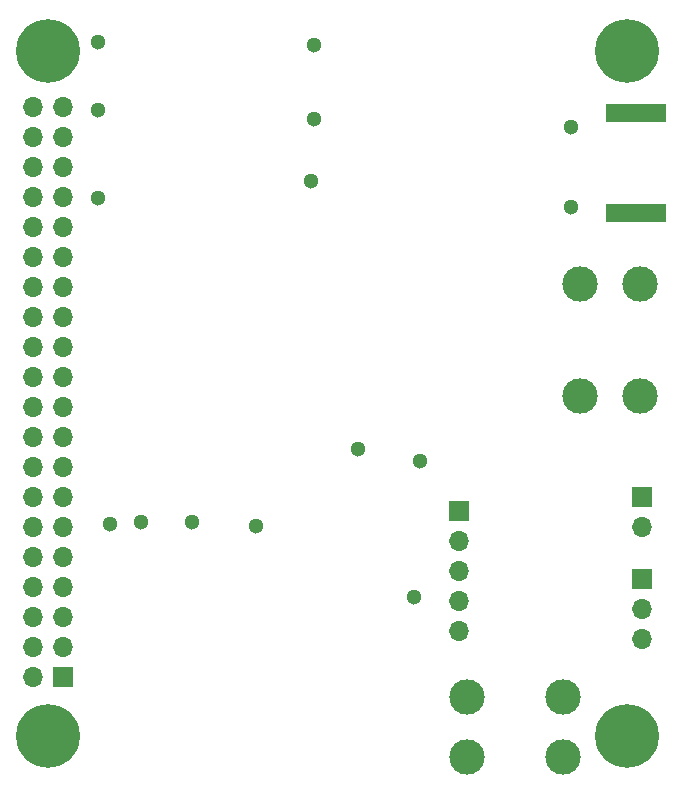
<source format=gbs>
G04 #@! TF.GenerationSoftware,KiCad,Pcbnew,(5.1.4)-1*
G04 #@! TF.CreationDate,2019-10-26T22:21:00+02:00*
G04 #@! TF.ProjectId,rf-receiver,72662d72-6563-4656-9976-65722e6b6963,rev?*
G04 #@! TF.SameCoordinates,Original*
G04 #@! TF.FileFunction,Soldermask,Bot*
G04 #@! TF.FilePolarity,Negative*
%FSLAX46Y46*%
G04 Gerber Fmt 4.6, Leading zero omitted, Abs format (unit mm)*
G04 Created by KiCad (PCBNEW (5.1.4)-1) date 2019-10-26 22:21:00*
%MOMM*%
%LPD*%
G04 APERTURE LIST*
%ADD10C,1.300000*%
%ADD11O,1.700000X1.700000*%
%ADD12R,1.700000X1.700000*%
%ADD13C,3.000000*%
%ADD14C,5.400000*%
%ADD15R,5.080000X1.500000*%
G04 APERTURE END LIST*
D10*
X83250000Y-73750000D03*
X83250000Y-66250000D03*
X83250000Y-60500000D03*
X110000000Y-107500000D03*
X105250000Y-95000000D03*
X110500000Y-96000000D03*
X91200000Y-101150000D03*
X86900000Y-101150000D03*
X101500000Y-60750000D03*
X101250000Y-72250000D03*
X96600000Y-101500000D03*
X123250000Y-74500000D03*
X123250000Y-67750000D03*
X101500000Y-67000000D03*
X84250000Y-101300000D03*
D11*
X129250000Y-101540000D03*
D12*
X129250000Y-99000000D03*
D13*
X129130000Y-90500000D03*
X124050000Y-90500000D03*
X129080000Y-81000000D03*
X124000000Y-81000000D03*
X114500000Y-121080000D03*
X114500000Y-116000000D03*
X122600000Y-121080000D03*
X122600000Y-116000000D03*
D11*
X113750000Y-110370000D03*
X113750000Y-107830000D03*
X113750000Y-105290000D03*
X113750000Y-102750000D03*
D12*
X113750000Y-100210000D03*
D11*
X77710000Y-65990000D03*
X80250000Y-65990000D03*
X77710000Y-68530000D03*
X80250000Y-68530000D03*
X77710000Y-71070000D03*
X80250000Y-71070000D03*
X77710000Y-73610000D03*
X80250000Y-73610000D03*
X77710000Y-76150000D03*
X80250000Y-76150000D03*
X77710000Y-78690000D03*
X80250000Y-78690000D03*
X77710000Y-81230000D03*
X80250000Y-81230000D03*
X77710000Y-83770000D03*
X80250000Y-83770000D03*
X77710000Y-86310000D03*
X80250000Y-86310000D03*
X77710000Y-88850000D03*
X80250000Y-88850000D03*
X77710000Y-91390000D03*
X80250000Y-91390000D03*
X77710000Y-93930000D03*
X80250000Y-93930000D03*
X77710000Y-96470000D03*
X80250000Y-96470000D03*
X77710000Y-99010000D03*
X80250000Y-99010000D03*
X77710000Y-101550000D03*
X80250000Y-101550000D03*
X77710000Y-104090000D03*
X80250000Y-104090000D03*
X77710000Y-106630000D03*
X80250000Y-106630000D03*
X77710000Y-109170000D03*
X80250000Y-109170000D03*
X77710000Y-111710000D03*
X80250000Y-111710000D03*
X77710000Y-114250000D03*
D12*
X80250000Y-114250000D03*
D14*
X79000000Y-119250000D03*
X128000000Y-119250000D03*
X128000000Y-61250000D03*
X79000000Y-61250000D03*
D15*
X128750000Y-75000000D03*
X128750000Y-66500000D03*
D12*
X129250000Y-106000000D03*
D11*
X129250000Y-108540000D03*
X129250000Y-111080000D03*
M02*

</source>
